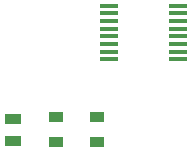
<source format=gtp>
G04*
G04 #@! TF.GenerationSoftware,Altium Limited,Altium Designer,24.9.1 (31)*
G04*
G04 Layer_Color=8421504*
%FSLAX44Y44*%
%MOMM*%
G71*
G04*
G04 #@! TF.SameCoordinates,6FF1A4AC-1349-41AC-8DD2-F97DD9D855A8*
G04*
G04*
G04 #@! TF.FilePolarity,Positive*
G04*
G01*
G75*
%ADD14R,1.5000X0.4500*%
%ADD15R,1.4000X0.9500*%
%ADD16R,1.3000X0.9000*%
D14*
X113450Y150760D02*
D03*
Y144260D02*
D03*
Y137760D02*
D03*
Y131260D02*
D03*
Y124760D02*
D03*
Y118260D02*
D03*
Y111760D02*
D03*
Y105260D02*
D03*
X171450Y150760D02*
D03*
Y144260D02*
D03*
Y137760D02*
D03*
Y131260D02*
D03*
Y124760D02*
D03*
Y118260D02*
D03*
Y111760D02*
D03*
Y105260D02*
D03*
D15*
X31750Y54970D02*
D03*
Y36470D02*
D03*
D16*
X68580Y35220D02*
D03*
Y56220D02*
D03*
X102870Y35220D02*
D03*
Y56220D02*
D03*
M02*

</source>
